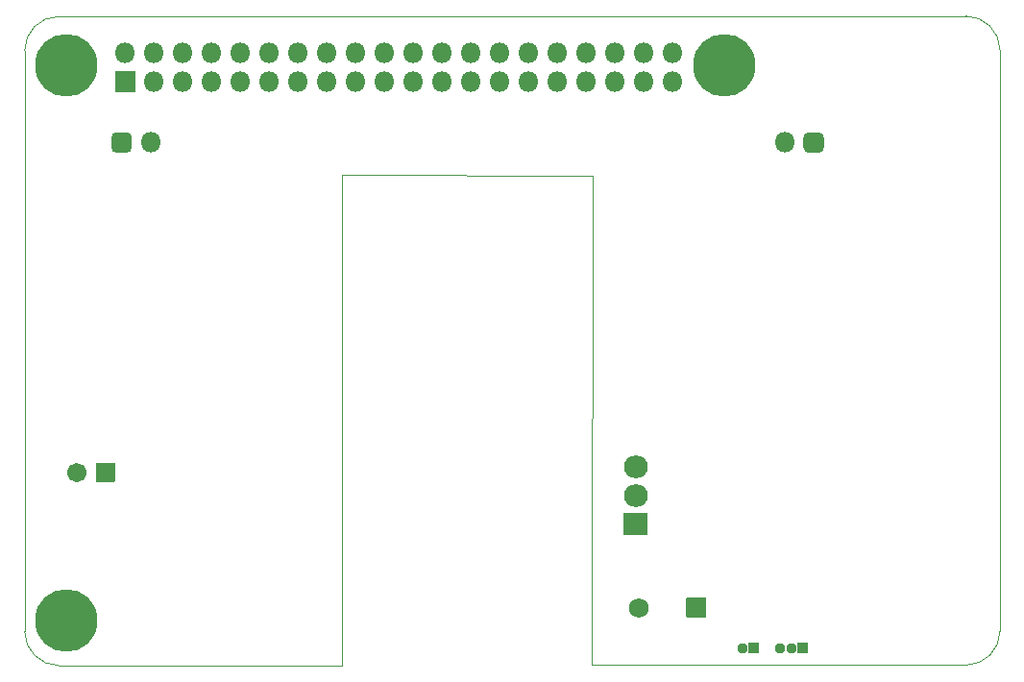
<source format=gbr>
%TF.GenerationSoftware,KiCad,Pcbnew,(5.1.8)-1*%
%TF.CreationDate,2020-12-15T20:26:10+03:00*%
%TF.ProjectId,ledboard,6c656462-6f61-4726-942e-6b696361645f,v0.4.0*%
%TF.SameCoordinates,Original*%
%TF.FileFunction,Soldermask,Bot*%
%TF.FilePolarity,Negative*%
%FSLAX46Y46*%
G04 Gerber Fmt 4.6, Leading zero omitted, Abs format (unit mm)*
G04 Created by KiCad (PCBNEW (5.1.8)-1) date 2020-12-15 20:26:10*
%MOMM*%
%LPD*%
G01*
G04 APERTURE LIST*
%TA.AperFunction,Profile*%
%ADD10C,0.050000*%
%TD*%
%ADD11O,0.951600X0.951600*%
%ADD12C,5.501600*%
%ADD13O,1.801600X1.801600*%
%ADD14C,1.751600*%
%ADD15O,2.101600X2.006600*%
%ADD16C,1.701600*%
G04 APERTURE END LIST*
D10*
X81000000Y-45140000D02*
X58920000Y-45130000D01*
X81000000Y-45140000D02*
X80980000Y-88300000D01*
X58920000Y-45130000D02*
X58900000Y-88340000D01*
X33960000Y-88340000D02*
G75*
G02*
X30960000Y-85340000I0J3000000D01*
G01*
X30960000Y-34130000D02*
G75*
G02*
X33960000Y-31130000I3000000J0D01*
G01*
X113929999Y-31100001D02*
G75*
G02*
X116919999Y-34109999I-9999J-2999999D01*
G01*
X116920066Y-85310001D02*
G75*
G02*
X113939999Y-88309999I-3000066J1D01*
G01*
X80980000Y-88300000D02*
X113939999Y-88309999D01*
X116920066Y-85310001D02*
X116919999Y-34109999D01*
X113929999Y-31100001D02*
X33960000Y-31130000D01*
X30960000Y-34130000D02*
X30960000Y-85340000D01*
X33960000Y-88340000D02*
X58900000Y-88340000D01*
D11*
%TO.C,J5*%
X97548000Y-86804000D03*
X98548000Y-86804000D03*
G36*
G01*
X99123000Y-86328200D02*
X99973000Y-86328200D01*
G75*
G02*
X100023800Y-86379000I0J-50800D01*
G01*
X100023800Y-87229000D01*
G75*
G02*
X99973000Y-87279800I-50800J0D01*
G01*
X99123000Y-87279800D01*
G75*
G02*
X99072200Y-87229000I0J50800D01*
G01*
X99072200Y-86379000D01*
G75*
G02*
X99123000Y-86328200I50800J0D01*
G01*
G37*
%TD*%
%TO.C,J6*%
X94230000Y-86804000D03*
G36*
G01*
X94805000Y-86328200D02*
X95655000Y-86328200D01*
G75*
G02*
X95705800Y-86379000I0J-50800D01*
G01*
X95705800Y-87229000D01*
G75*
G02*
X95655000Y-87279800I-50800J0D01*
G01*
X94805000Y-87279800D01*
G75*
G02*
X94754200Y-87229000I0J50800D01*
G01*
X94754200Y-86379000D01*
G75*
G02*
X94805000Y-86328200I50800J0D01*
G01*
G37*
%TD*%
D12*
%TO.C,REF\u002A\u002A*%
X34610000Y-84420000D03*
%TD*%
%TO.C,REF\u002A\u002A*%
X92610000Y-35420000D03*
%TD*%
%TO.C,REF\u002A\u002A*%
X34610000Y-35420000D03*
%TD*%
D13*
%TO.C,J7*%
X88090000Y-34350000D03*
X88090000Y-36890000D03*
X85550000Y-34350000D03*
X85550000Y-36890000D03*
X83010000Y-34350000D03*
X83010000Y-36890000D03*
X80470000Y-34350000D03*
X80470000Y-36890000D03*
X77930000Y-34350000D03*
X77930000Y-36890000D03*
X75390000Y-34350000D03*
X75390000Y-36890000D03*
X72850000Y-34350000D03*
X72850000Y-36890000D03*
X70310000Y-34350000D03*
X70310000Y-36890000D03*
X67770000Y-34350000D03*
X67770000Y-36890000D03*
X65230000Y-34350000D03*
X65230000Y-36890000D03*
X62690000Y-34350000D03*
X62690000Y-36890000D03*
X60150000Y-34350000D03*
X60150000Y-36890000D03*
X57610000Y-34350000D03*
X57610000Y-36890000D03*
X55070000Y-34350000D03*
X55070000Y-36890000D03*
X52530000Y-34350000D03*
X52530000Y-36890000D03*
X49990000Y-34350000D03*
X49990000Y-36890000D03*
X47450000Y-34350000D03*
X47450000Y-36890000D03*
X44910000Y-34350000D03*
X44910000Y-36890000D03*
X42370000Y-34350000D03*
X42370000Y-36890000D03*
X39830000Y-34350000D03*
G36*
G01*
X40680000Y-37790800D02*
X38980000Y-37790800D01*
G75*
G02*
X38929200Y-37740000I0J50800D01*
G01*
X38929200Y-36040000D01*
G75*
G02*
X38980000Y-35989200I50800J0D01*
G01*
X40680000Y-35989200D01*
G75*
G02*
X40730800Y-36040000I0J-50800D01*
G01*
X40730800Y-37740000D01*
G75*
G02*
X40680000Y-37790800I-50800J0D01*
G01*
G37*
%TD*%
D14*
%TO.C,J8*%
X85070000Y-83248000D03*
G36*
G01*
X91025800Y-82423000D02*
X91025800Y-84073000D01*
G75*
G02*
X90975000Y-84123800I-50800J0D01*
G01*
X89325000Y-84123800D01*
G75*
G02*
X89274200Y-84073000I0J50800D01*
G01*
X89274200Y-82423000D01*
G75*
G02*
X89325000Y-82372200I50800J0D01*
G01*
X90975000Y-82372200D01*
G75*
G02*
X91025800Y-82423000I0J-50800D01*
G01*
G37*
%TD*%
D15*
%TO.C,M1*%
X84816000Y-70802000D03*
X84816000Y-73342000D03*
G36*
G01*
X85816000Y-76885300D02*
X83816000Y-76885300D01*
G75*
G02*
X83765200Y-76834500I0J50800D01*
G01*
X83765200Y-74929500D01*
G75*
G02*
X83816000Y-74878700I50800J0D01*
G01*
X85816000Y-74878700D01*
G75*
G02*
X85866800Y-74929500I0J-50800D01*
G01*
X85866800Y-76834500D01*
G75*
G02*
X85816000Y-76885300I-50800J0D01*
G01*
G37*
%TD*%
D16*
%TO.C,C12*%
X35580000Y-71310000D03*
G36*
G01*
X38930800Y-70510000D02*
X38930800Y-72110000D01*
G75*
G02*
X38880000Y-72160800I-50800J0D01*
G01*
X37280000Y-72160800D01*
G75*
G02*
X37229200Y-72110000I0J50800D01*
G01*
X37229200Y-70510000D01*
G75*
G02*
X37280000Y-70459200I50800J0D01*
G01*
X38880000Y-70459200D01*
G75*
G02*
X38930800Y-70510000I0J-50800D01*
G01*
G37*
%TD*%
%TO.C,J1*%
G36*
G01*
X39049600Y-41349200D02*
X39950400Y-41349200D01*
G75*
G02*
X40400800Y-41799600I0J-450400D01*
G01*
X40400800Y-42700400D01*
G75*
G02*
X39950400Y-43150800I-450400J0D01*
G01*
X39049600Y-43150800D01*
G75*
G02*
X38599200Y-42700400I0J450400D01*
G01*
X38599200Y-41799600D01*
G75*
G02*
X39049600Y-41349200I450400J0D01*
G01*
G37*
D13*
X42040000Y-42250000D03*
%TD*%
%TO.C,J3*%
X97960000Y-42250000D03*
G36*
G01*
X100950400Y-43150800D02*
X100049600Y-43150800D01*
G75*
G02*
X99599200Y-42700400I0J450400D01*
G01*
X99599200Y-41799600D01*
G75*
G02*
X100049600Y-41349200I450400J0D01*
G01*
X100950400Y-41349200D01*
G75*
G02*
X101400800Y-41799600I0J-450400D01*
G01*
X101400800Y-42700400D01*
G75*
G02*
X100950400Y-43150800I-450400J0D01*
G01*
G37*
%TD*%
M02*

</source>
